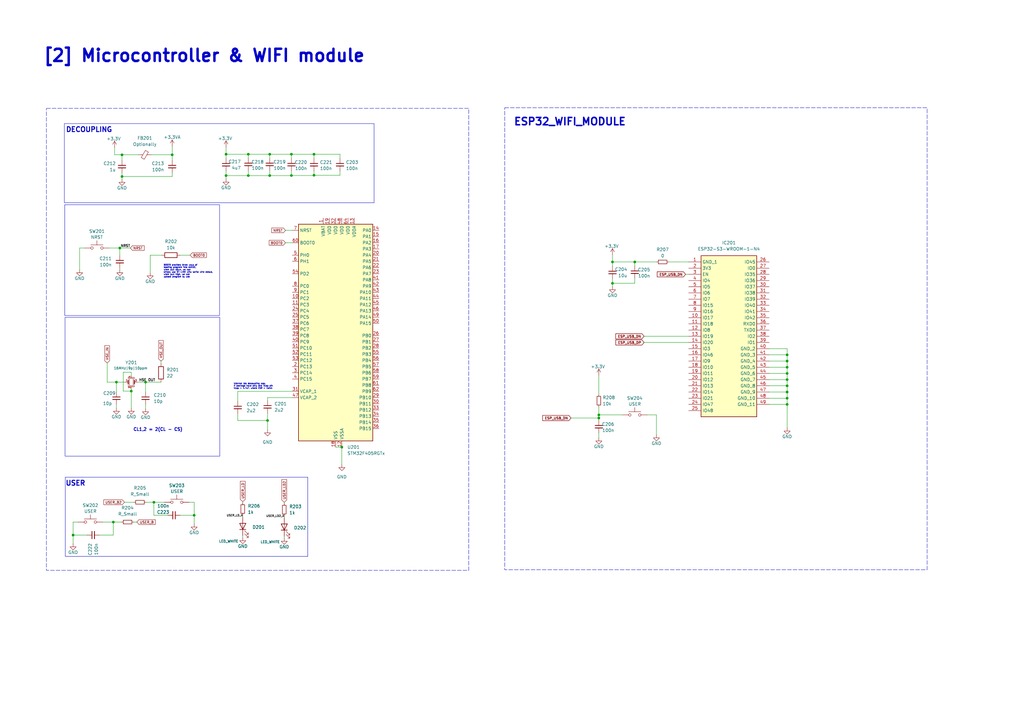
<source format=kicad_sch>
(kicad_sch (version 20230121) (generator eeschema)
  (paper "A3")
  (lib_symbols
    (symbol "Device:C_Small" (pin_numbers hide) (pin_names (offset 0.254) hide)
      (property "Reference" "C" (at 0.254 1.778 0))
      (property "Value" "C_Small" (at 0.254 -2.032 0))
      (symbol "C_Small_0_1"
        (polyline (pts (xy -1.524 -0.508) (xy 1.524 -0.508)) (stroke (width 0.3302)))
        (polyline (pts (xy -1.524 0.508) (xy 1.524 0.508)) (stroke (width 0.3048)))
      )
      (symbol "C_Small_1_1"
        (pin passive line (at 0 2.54 270) (length 2.032) (name "~") (number "1"))
        (pin passive line (at 0 -2.54 90) (length 2.032) (name "~") (number "2"))
      )
    )
    (symbol "Device:Crystal_GND24_Small" (pin_names (offset 1.016) hide)
      (property "Reference" "Y" (at 1.27 4.445 0))
      (property "Value" "Crystal_GND24_Small" (at 1.27 2.54 0))
      (symbol "Crystal_GND24_Small_0_1"
        (rectangle (start -0.762 -1.524) (end 0.762 1.524))
        (polyline (pts (xy -1.27 -0.762) (xy -1.27 0.762)) (stroke (width 0.381)))
        (polyline (pts (xy 1.27 -0.762) (xy 1.27 0.762)) (stroke (width 0.381)))
        (polyline (pts (xy -1.27 -1.27) (xy -1.27 -1.905) (xy 1.27 -1.905) (xy 1.27 -1.27)))
        (polyline (pts (xy -1.27 1.27) (xy -1.27 1.905) (xy 1.27 1.905) (xy 1.27 1.27)))
      )
      (symbol "Crystal_GND24_Small_1_1"
        (pin passive line (at -2.54 0 0) (length 1.27) (name "1") (number "1"))
        (pin passive line (at 0 -2.54 90) (length 0.635) (name "2") (number "2"))
        (pin passive line (at 2.54 0 180) (length 1.27) (name "3") (number "3"))
        (pin passive line (at 0 2.54 270) (length 0.635) (name "4") (number "4"))
      )
    )
    (symbol "Device:FerriteBead_Small" (pin_numbers hide) (pin_names (offset 0))
      (property "Reference" "FB" (at 1.905 1.27 0))
      (property "Value" "FerriteBead_Small" (at 1.905 -1.27 0))
      (symbol "FerriteBead_Small_0_1"
        (polyline (pts (xy 0 -1.27) (xy 0 -0.7874)))
        (polyline (pts (xy 0 0.889) (xy 0 1.2954)))
        (polyline (pts (xy -1.8288 0.2794) (xy -1.1176 1.4986) (xy 1.8288 -0.2032) (xy 1.1176 -1.4224) (xy -1.8288 0.2794)))
      )
      (symbol "FerriteBead_Small_1_1"
        (pin passive line (at 0 2.54 270) (length 1.27) (name "~") (number "1"))
        (pin passive line (at 0 -2.54 90) (length 1.27) (name "~") (number "2"))
      )
    )
    (symbol "Device:LED" (pin_numbers hide) (pin_names (offset 1.016) hide)
      (property "Reference" "D" (at 0 2.54 0))
      (property "Value" "LED" (at 0 -2.54 0))
      (symbol "LED_0_1"
        (polyline (pts (xy -1.27 -1.27) (xy -1.27 1.27)) (stroke (width 0.254)))
        (polyline (pts (xy -1.27 0) (xy 1.27 0)))
        (polyline (pts (xy 1.27 -1.27) (xy 1.27 1.27) (xy -1.27 0) (xy 1.27 -1.27)) (stroke (width 0.254)))
        (polyline (pts (xy -3.048 -0.762) (xy -4.572 -2.286) (xy -3.81 -2.286) (xy -4.572 -2.286) (xy -4.572 -1.524)))
        (polyline (pts (xy -1.778 -0.762) (xy -3.302 -2.286) (xy -2.54 -2.286) (xy -3.302 -2.286) (xy -3.302 -1.524)))
      )
      (symbol "LED_1_1"
        (pin passive line (at -3.81 0 0) (length 2.54) (name "K") (number "1"))
        (pin passive line (at 3.81 0 180) (length 2.54) (name "A") (number "2"))
      )
    )
    (symbol "Device:R" (pin_numbers hide) (pin_names (offset 0))
      (property "Reference" "R" (at 2.032 0 90))
      (property "Value" "R" (at 0 0 90))
      (symbol "R_0_1"
        (rectangle (start -1.016 -2.54) (end 1.016 2.54) (stroke (width 0.254)))
      )
      (symbol "R_1_1"
        (pin passive line (at 0 3.81 270) (length 1.27) (name "~") (number "1"))
        (pin passive line (at 0 -3.81 90) (length 1.27) (name "~") (number "2"))
      )
    )
    (symbol "Device:R_Small" (pin_numbers hide) (pin_names (offset 0.254) hide)
      (property "Reference" "R" (at 0.762 0.508 0))
      (property "Value" "R_Small" (at 0.762 -1.016 0))
      (symbol "R_Small_0_1"
        (rectangle (start -0.762 1.778) (end 0.762 -1.778) (stroke (width 0.2032)))
      )
      (symbol "R_Small_1_1"
        (pin passive line (at 0 2.54 270) (length 0.762) (name "~") (number "1"))
        (pin passive line (at 0 -2.54 90) (length 0.762) (name "~") (number "2"))
      )
    )
    (symbol "MCU_ST_STM32F4:STM32F405RGTx"
      (property "Reference" "U" (at -15.24 46.99 0))
      (property "Value" "STM32F405RGTx" (at 10.16 46.99 0))
      (symbol "STM32F405RGTx_0_1"
        (rectangle (start -15.24 -43.18) (end 15.24 45.72) (stroke (width 0.254)) (fill (type background)))
      )
      (symbol "STM32F405RGTx_1_1"
        (pin power_in line (at -5.08 48.26 270) (length 2.54) (name "VBAT") (number "1"))
        (pin bidirectional line (at -17.78 15.24 0) (length 2.54) (name "PC2") (number "10"))
        (pin bidirectional line (at -17.78 12.7 0) (length 2.54) (name "PC3") (number "11"))
        (pin power_in line (at 2.54 -45.72 90) (length 2.54) (name "VSSA") (number "12"))
        (pin power_in line (at 7.62 48.26 270) (length 2.54) (name "VDDA") (number "13"))
        (pin bidirectional line (at 17.78 43.18 180) (length 2.54) (name "PA0") (number "14"))
        (pin bidirectional line (at 17.78 40.64 180) (length 2.54) (name "PA1") (number "15"))
        (pin bidirectional line (at 17.78 38.1 180) (length 2.54) (name "PA2") (number "16"))
        (pin bidirectional line (at 17.78 35.56 180) (length 2.54) (name "PA3") (number "17"))
        (pin power_in line (at 0 -45.72 90) (length 2.54) (name "VSS") (number "18"))
        (pin power_in line (at -2.54 48.26 270) (length 2.54) (name "VDD") (number "19"))
        (pin bidirectional line (at -17.78 -12.7 0) (length 2.54) (name "PC13") (number "2"))
        (pin bidirectional line (at 17.78 33.02 180) (length 2.54) (name "PA4") (number "20"))
        (pin bidirectional line (at 17.78 30.48 180) (length 2.54) (name "PA5") (number "21"))
        (pin bidirectional line (at 17.78 27.94 180) (length 2.54) (name "PA6") (number "22"))
        (pin bidirectional line (at 17.78 25.4 180) (length 2.54) (name "PA7") (number "23"))
        (pin bidirectional line (at -17.78 10.16 0) (length 2.54) (name "PC4") (number "24"))
        (pin bidirectional line (at -17.78 7.62 0) (length 2.54) (name "PC5") (number "25"))
        (pin bidirectional line (at 17.78 0 180) (length 2.54) (name "PB0") (number "26"))
        (pin bidirectional line (at 17.78 -2.54 180) (length 2.54) (name "PB1") (number "27"))
        (pin bidirectional line (at 17.78 -5.08 180) (length 2.54) (name "PB2") (number "28"))
        (pin bidirectional line (at 17.78 -25.4 180) (length 2.54) (name "PB10") (number "29"))
        (pin bidirectional line (at -17.78 -15.24 0) (length 2.54) (name "PC14") (number "3"))
        (pin bidirectional line (at 17.78 -27.94 180) (length 2.54) (name "PB11") (number "30"))
        (pin power_out line (at -17.78 -22.86 0) (length 2.54) (name "VCAP_1") (number "31"))
        (pin power_in line (at 0 48.26 270) (length 2.54) (name "VDD") (number "32"))
        (pin bidirectional line (at 17.78 -30.48 180) (length 2.54) (name "PB12") (number "33"))
        (pin bidirectional line (at 17.78 -33.02 180) (length 2.54) (name "PB13") (number "34"))
        (pin bidirectional line (at 17.78 -35.56 180) (length 2.54) (name "PB14") (number "35"))
        (pin bidirectional line (at 17.78 -38.1 180) (length 2.54) (name "PB15") (number "36"))
        (pin bidirectional line (at -17.78 5.08 0) (length 2.54) (name "PC6") (number "37"))
        (pin bidirectional line (at -17.78 2.54 0) (length 2.54) (name "PC7") (number "38"))
        (pin bidirectional line (at -17.78 0 0) (length 2.54) (name "PC8") (number "39"))
        (pin bidirectional line (at -17.78 -17.78 0) (length 2.54) (name "PC15") (number "4"))
        (pin bidirectional line (at -17.78 -2.54 0) (length 2.54) (name "PC9") (number "40"))
        (pin bidirectional line (at 17.78 22.86 180) (length 2.54) (name "PA8") (number "41"))
        (pin bidirectional line (at 17.78 20.32 180) (length 2.54) (name "PA9") (number "42"))
        (pin bidirectional line (at 17.78 17.78 180) (length 2.54) (name "PA10") (number "43"))
        (pin bidirectional line (at 17.78 15.24 180) (length 2.54) (name "PA11") (number "44"))
        (pin bidirectional line (at 17.78 12.7 180) (length 2.54) (name "PA12") (number "45"))
        (pin bidirectional line (at 17.78 10.16 180) (length 2.54) (name "PA13") (number "46"))
        (pin power_out line (at -17.78 -25.4 0) (length 2.54) (name "VCAP_2") (number "47"))
        (pin power_in line (at 2.54 48.26 270) (length 2.54) (name "VDD") (number "48"))
        (pin bidirectional line (at 17.78 7.62 180) (length 2.54) (name "PA14") (number "49"))
        (pin bidirectional line (at -17.78 33.02 0) (length 2.54) (name "PH0") (number "5"))
        (pin bidirectional line (at 17.78 5.08 180) (length 2.54) (name "PA15") (number "50"))
        (pin bidirectional line (at -17.78 -5.08 0) (length 2.54) (name "PC10") (number "51"))
        (pin bidirectional line (at -17.78 -7.62 0) (length 2.54) (name "PC11") (number "52"))
        (pin bidirectional line (at -17.78 -10.16 0) (length 2.54) (name "PC12") (number "53"))
        (pin bidirectional line (at -17.78 25.4 0) (length 2.54) (name "PD2") (number "54"))
        (pin bidirectional line (at 17.78 -7.62 180) (length 2.54) (name "PB3") (number "55"))
        (pin bidirectional line (at 17.78 -10.16 180) (length 2.54) (name "PB4") (number "56"))
        (pin bidirectional line (at 17.78 -12.7 180) (length 2.54) (name "PB5") (number "57"))
        (pin bidirectional line (at 17.78 -15.24 180) (length 2.54) (name "PB6") (number "58"))
        (pin bidirectional line (at 17.78 -17.78 180) (length 2.54) (name "PB7") (number "59"))
        (pin bidirectional line (at -17.78 30.48 0) (length 2.54) (name "PH1") (number "6"))
        (pin input line (at -17.78 38.1 0) (length 2.54) (name "BOOT0") (number "60"))
        (pin bidirectional line (at 17.78 -20.32 180) (length 2.54) (name "PB8") (number "61"))
        (pin bidirectional line (at 17.78 -22.86 180) (length 2.54) (name "PB9") (number "62"))
        (pin passive line (at 0 -45.72 90) (length 2.54) hide (name "VSS") (number "63"))
        (pin power_in line (at 5.08 48.26 270) (length 2.54) (name "VDD") (number "64"))
        (pin input line (at -17.78 43.18 0) (length 2.54) (name "NRST") (number "7"))
        (pin bidirectional line (at -17.78 20.32 0) (length 2.54) (name "PC0") (number "8"))
        (pin bidirectional line (at -17.78 17.78 0) (length 2.54) (name "PC1") (number "9"))
      )
    )
    (symbol "SamacSys_Parts:ESP32-S3-WROOM-1-N4"
      (property "Reference" "IC" (at 29.21 7.62 0))
      (property "Value" "ESP32-S3-WROOM-1-N4" (at 29.21 5.08 0))
      (symbol "ESP32-S3-WROOM-1-N4_1_1"
        (rectangle (start 5.08 2.54) (end 27.94 -63.5) (stroke (width 0.254)) (fill (type background)))
        (pin passive line (at 0 0 0) (length 5.08) (name "GND_1") (number "1"))
        (pin passive line (at 0 -22.86 0) (length 5.08) (name "IO17") (number "10"))
        (pin passive line (at 0 -25.4 0) (length 5.08) (name "IO18") (number "11"))
        (pin passive line (at 0 -27.94 0) (length 5.08) (name "IO8") (number "12"))
        (pin passive line (at 0 -30.48 0) (length 5.08) (name "IO19") (number "13"))
        (pin passive line (at 0 -33.02 0) (length 5.08) (name "IO20") (number "14"))
        (pin passive line (at 0 -35.56 0) (length 5.08) (name "IO3") (number "15"))
        (pin passive line (at 0 -38.1 0) (length 5.08) (name "IO46") (number "16"))
        (pin passive line (at 0 -40.64 0) (length 5.08) (name "IO9") (number "17"))
        (pin passive line (at 0 -43.18 0) (length 5.08) (name "IO10") (number "18"))
        (pin passive line (at 0 -45.72 0) (length 5.08) (name "IO11") (number "19"))
        (pin passive line (at 0 -2.54 0) (length 5.08) (name "3V3") (number "2"))
        (pin passive line (at 0 -48.26 0) (length 5.08) (name "IO12") (number "20"))
        (pin passive line (at 0 -50.8 0) (length 5.08) (name "IO13") (number "21"))
        (pin passive line (at 0 -53.34 0) (length 5.08) (name "IO14") (number "22"))
        (pin passive line (at 0 -55.88 0) (length 5.08) (name "IO21") (number "23"))
        (pin passive line (at 0 -58.42 0) (length 5.08) (name "IO47") (number "24"))
        (pin passive line (at 0 -60.96 0) (length 5.08) (name "IO48") (number "25"))
        (pin passive line (at 33.02 0 180) (length 5.08) (name "IO45") (number "26"))
        (pin passive line (at 33.02 -2.54 180) (length 5.08) (name "IO0") (number "27"))
        (pin passive line (at 33.02 -5.08 180) (length 5.08) (name "IO35") (number "28"))
        (pin passive line (at 33.02 -7.62 180) (length 5.08) (name "IO36") (number "29"))
        (pin passive line (at 0 -5.08 0) (length 5.08) (name "EN") (number "3"))
        (pin passive line (at 33.02 -10.16 180) (length 5.08) (name "IO37") (number "30"))
        (pin passive line (at 33.02 -12.7 180) (length 5.08) (name "IO38") (number "31"))
        (pin passive line (at 33.02 -15.24 180) (length 5.08) (name "IO39") (number "32"))
        (pin passive line (at 33.02 -17.78 180) (length 5.08) (name "IO40") (number "33"))
        (pin passive line (at 33.02 -20.32 180) (length 5.08) (name "IO41") (number "34"))
        (pin passive line (at 33.02 -22.86 180) (length 5.08) (name "IO42") (number "35"))
        (pin passive line (at 33.02 -25.4 180) (length 5.08) (name "RXD0") (number "36"))
        (pin passive line (at 33.02 -27.94 180) (length 5.08) (name "TXD0") (number "37"))
        (pin passive line (at 33.02 -30.48 180) (length 5.08) (name "IO2") (number "38"))
        (pin passive line (at 33.02 -33.02 180) (length 5.08) (name "IO1") (number "39"))
        (pin passive line (at 0 -7.62 0) (length 5.08) (name "IO4") (number "4"))
        (pin passive line (at 33.02 -35.56 180) (length 5.08) (name "GND_2") (number "40"))
        (pin passive line (at 33.02 -38.1 180) (length 5.08) (name "GND_3") (number "41"))
        (pin passive line (at 33.02 -40.64 180) (length 5.08) (name "GND_4") (number "42"))
        (pin passive line (at 33.02 -43.18 180) (length 5.08) (name "GND_5") (number "43"))
        (pin passive line (at 33.02 -45.72 180) (length 5.08) (name "GND_6") (number "44"))
        (pin passive line (at 33.02 -48.26 180) (length 5.08) (name "GND_7") (number "45"))
        (pin passive line (at 33.02 -50.8 180) (length 5.08) (name "GND_8") (number "46"))
        (pin passive line (at 33.02 -53.34 180) (length 5.08) (name "GND_9") (number "47"))
        (pin passive line (at 33.02 -55.88 180) (length 5.08) (name "GND_10") (number "48"))
        (pin passive line (at 33.02 -58.42 180) (length 5.08) (name "GND_11") (number "49"))
        (pin passive line (at 0 -10.16 0) (length 5.08) (name "IO5") (number "5"))
        (pin passive line (at 0 -12.7 0) (length 5.08) (name "IO6") (number "6"))
        (pin passive line (at 0 -15.24 0) (length 5.08) (name "IO7") (number "7"))
        (pin passive line (at 0 -17.78 0) (length 5.08) (name "IO15") (number "8"))
        (pin passive line (at 0 -20.32 0) (length 5.08) (name "IO16") (number "9"))
      )
    )
    (symbol "Switch:SW_MEC_5G" (pin_numbers hide) (pin_names (offset 1.016) hide)
      (property "Reference" "SW" (at 1.27 2.54 0))
      (property "Value" "SW_MEC_5G" (at 0 -1.524 0))
      (symbol "SW_MEC_5G_0_1"
        (circle (center -2.032 0) (radius 0.508))
        (polyline (pts (xy 0 1.27) (xy 0 3.048)))
        (polyline (pts (xy 2.54 1.27) (xy -2.54 1.27)))
        (circle (center 2.032 0) (radius 0.508))
        (pin passive line (at -5.08 0 0) (length 2.54) (name "A") (number "1"))
        (pin passive line (at 5.08 0 180) (length 2.54) (name "B") (number "3"))
      )
      (symbol "SW_MEC_5G_1_1"
        (pin passive line (at -5.08 0 0) (length 2.54) hide (name "A") (number "2"))
        (pin passive line (at 5.08 0 180) (length 2.54) hide (name "B") (number "4"))
      )
    )
    (symbol "power:+3.3V" (power) (pin_names (offset 0))
      (property "Value" "+3.3V" (at 0 3.556 0))
      (symbol "+3.3V_0_1"
        (polyline (pts (xy -0.762 1.27) (xy 0 2.54)))
        (polyline (pts (xy 0 0) (xy 0 2.54)))
        (polyline (pts (xy 0 2.54) (xy 0.762 1.27)))
      )
      (symbol "+3.3V_1_1"
        (pin power_in line (at 0 0 90) (length 0) hide (name "+3.3V") (number "1"))
      )
    )
    (symbol "power:+3.3VA" (power) (pin_names (offset 0))
      (property "Value" "+3.3VA" (at 0 3.556 0))
      (symbol "+3.3VA_0_1"
        (polyline (pts (xy -0.762 1.27) (xy 0 2.54)))
        (polyline (pts (xy 0 0) (xy 0 2.54)))
        (polyline (pts (xy 0 2.54) (xy 0.762 1.27)))
      )
      (symbol "+3.3VA_1_1"
        (pin power_in line (at 0 0 90) (length 0) hide (name "+3.3VA") (number "1"))
      )
    )
    (symbol "power:GND" (power) (pin_names (offset 0))
      (property "Value" "GND" (at 0 -3.81 0))
      (symbol "GND_0_1"
        (polyline (pts (xy 0 0) (xy 0 -1.27) (xy 1.27 -1.27) (xy 0 -2.54) (xy -1.27 -1.27) (xy 0 -1.27)))
      )
      (symbol "GND_1_1"
        (pin power_in line (at 0 0 270) (length 0) hide (name "GND") (number "1"))
      )
    )
  )
  (junction (at 251.206 107.442))
  (junction (at 92.71 72.009))
  (junction (at 322.834 163.322))
  (junction (at 322.834 145.542))
  (junction (at 92.71 63.246))
  (junction (at 79.629 211.328))
  (junction (at 245.618 170.18))
  (junction (at 109.728 172.466))
  (junction (at 63.119 205.994))
  (junction (at 322.834 155.702))
  (junction (at 50.038 63.5))
  (junction (at 140.208 183.388))
  (junction (at 101.854 63.246))
  (junction (at 128.778 63.246))
  (junction (at 260.35 107.442))
  (junction (at 70.612 63.5))
  (junction (at 322.834 158.242))
  (junction (at 50.038 72.39))
  (junction (at 46.482 214.122))
  (junction (at 322.834 148.082))
  (junction (at 59.69 156.718))
  (junction (at 49.149 101.727))
  (junction (at 53.848 160.401))
  (junction (at 101.854 72.009))
  (junction (at 322.834 165.862))
  (junction (at 110.617 63.246))
  (junction (at 47.752 156.718))
  (junction (at 110.617 72.009))
  (junction (at 322.834 150.622))
  (junction (at 322.834 153.162))
  (junction (at 119.5324 71.9836))
  (junction (at 29.972 219.456))
  (junction (at 128.778 71.882))
  (junction (at 322.834 160.782))
  (junction (at 119.5324 63.246))
  (junction (at 251.206 116.205))
  (junction (at 245.618 171.45))
  (wire (pts (xy 99.568 219.71) (xy 99.568 220.472)))
  (wire (pts (xy 264.16 137.922) (xy 282.448 137.922)))
  (wire (pts (xy 137.668 183.388) (xy 140.208 183.388)))
  (wire (pts (xy 264.16 140.462) (xy 282.448 140.462)))
  (wire (pts (xy 110.617 64.897) (xy 110.617 63.246)))
  (wire (pts (xy 50.038 63.5) (xy 46.99 63.5)))
  (wire (pts (xy 73.914 104.648) (xy 77.978 104.648)))
  (wire (pts (xy 29.972 214.122) (xy 29.972 219.456)))
  (wire (pts (xy 49.149 101.727) (xy 53.467 101.727)))
  (wire (pts (xy 53.848 154.178) (xy 53.848 152.654)))
  (wire (pts (xy 245.618 166.878) (xy 245.618 170.18)))
  (wire (pts (xy 251.206 107.442) (xy 260.35 107.442)))
  (wire (pts (xy 46.482 219.456) (xy 40.767 219.456)))
  (wire (pts (xy 59.69 165.862) (xy 59.69 167.64)))
  (wire (pts (xy 109.728 169.418) (xy 109.728 172.466)))
  (wire (pts (xy 245.618 153.924) (xy 245.618 161.798)))
  (wire (pts (xy 101.854 72.009) (xy 110.617 72.009)))
  (wire (pts (xy 99.568 205.74) (xy 99.568 206.248)))
  (wire (pts (xy 53.848 160.401) (xy 53.848 159.258)))
  (wire (pts (xy 139.446 71.882) (xy 128.778 71.882)))
  (wire (pts (xy 260.35 114.173) (xy 260.35 116.205)))
  (wire (pts (xy 53.848 152.654) (xy 50.546 152.654)))
  (wire (pts (xy 59.69 156.718) (xy 59.69 160.782)))
  (wire (pts (xy 56.388 156.718) (xy 59.69 156.718)))
  (wire (pts (xy 315.468 160.782) (xy 322.834 160.782)))
  (wire (pts (xy 128.778 65.024) (xy 128.778 63.246)))
  (wire (pts (xy 119.5324 70.0532) (xy 119.5324 71.9836)))
  (wire (pts (xy 322.834 150.622) (xy 322.834 153.162)))
  (wire (pts (xy 32.639 101.727) (xy 34.671 101.727)))
  (wire (pts (xy 79.629 205.994) (xy 79.629 211.328)))
  (wire (pts (xy 245.618 177.546) (xy 245.618 179.578)))
  (wire (pts (xy 54.864 214.122) (xy 56.134 214.122)))
  (wire (pts (xy 322.834 145.542) (xy 322.834 148.082)))
  (wire (pts (xy 47.752 156.718) (xy 47.752 160.782)))
  (wire (pts (xy 139.446 63.246) (xy 128.778 63.246)))
  (wire (pts (xy 260.35 116.205) (xy 251.206 116.205)))
  (wire (pts (xy 59.69 156.718) (xy 66.04 156.718)))
  (wire (pts (xy 109.728 164.338) (xy 109.728 163.068)))
  (wire (pts (xy 67.437 205.994) (xy 63.119 205.994)))
  (wire (pts (xy 128.778 71.882) (xy 128.778 71.9836)))
  (wire (pts (xy 29.972 219.456) (xy 35.687 219.456)))
  (wire (pts (xy 97.536 164.592) (xy 97.536 160.528)))
  (wire (pts (xy 110.617 63.246) (xy 101.854 63.246)))
  (wire (pts (xy 92.71 63.246) (xy 101.854 63.246)))
  (wire (pts (xy 50.038 70.866) (xy 50.038 72.39)))
  (wire (pts (xy 46.482 214.122) (xy 49.784 214.122)))
  (wire (pts (xy 97.536 172.466) (xy 109.728 172.466)))
  (wire (pts (xy 119.5324 64.9732) (xy 119.5324 63.246)))
  (wire (pts (xy 49.149 109.855) (xy 49.149 110.617)))
  (wire (pts (xy 70.612 59.944) (xy 70.612 63.5)))
  (wire (pts (xy 79.629 205.994) (xy 77.597 205.994)))
  (wire (pts (xy 234.188 171.45) (xy 245.618 171.45)))
  (wire (pts (xy 50.038 72.39) (xy 50.038 73.533)))
  (wire (pts (xy 269.24 170.18) (xy 269.24 178.308)))
  (wire (pts (xy 49.149 101.727) (xy 49.149 104.775)))
  (wire (pts (xy 245.618 170.18) (xy 245.618 171.45)))
  (wire (pts (xy 66.04 148.082) (xy 66.04 149.098)))
  (wire (pts (xy 110.617 72.009) (xy 119.5324 72.009)))
  (wire (pts (xy 79.629 211.328) (xy 73.914 211.328)))
  (wire (pts (xy 109.728 163.068) (xy 119.888 163.068)))
  (wire (pts (xy 29.972 219.456) (xy 29.972 223.012)))
  (wire (pts (xy 281.178 112.522) (xy 282.448 112.522)))
  (wire (pts (xy 97.536 160.528) (xy 119.888 160.528)))
  (wire (pts (xy 61.976 63.5) (xy 70.612 63.5)))
  (wire (pts (xy 46.482 214.122) (xy 46.482 219.456)))
  (wire (pts (xy 50.546 160.401) (xy 53.848 160.401)))
  (wire (pts (xy 315.468 145.542) (xy 322.834 145.542)))
  (wire (pts (xy 315.468 155.702) (xy 322.834 155.702)))
  (wire (pts (xy 92.71 63.246) (xy 92.71 65.024)))
  (wire (pts (xy 54.864 205.994) (xy 51.054 205.994)))
  (wire (pts (xy 43.942 148.844) (xy 43.942 156.718)))
  (wire (pts (xy 99.568 212.09) (xy 99.568 211.328)))
  (wire (pts (xy 315.468 165.862) (xy 322.834 165.862)))
  (wire (pts (xy 322.834 143.002) (xy 322.834 145.542)))
  (wire (pts (xy 251.206 104.521) (xy 251.206 107.442)))
  (wire (pts (xy 42.164 214.122) (xy 46.482 214.122)))
  (wire (pts (xy 50.038 65.786) (xy 50.038 63.5)))
  (wire (pts (xy 92.71 70.104) (xy 92.71 72.009)))
  (wire (pts (xy 63.119 211.328) (xy 68.834 211.328)))
  (wire (pts (xy 117.094 94.488) (xy 119.888 94.488)))
  (wire (pts (xy 128.778 63.246) (xy 119.5324 63.246)))
  (wire (pts (xy 315.468 163.322) (xy 322.834 163.322)))
  (wire (pts (xy 117.094 99.568) (xy 119.888 99.568)))
  (wire (pts (xy 322.834 155.702) (xy 322.834 158.242)))
  (wire (pts (xy 245.618 170.18) (xy 255.27 170.18)))
  (wire (pts (xy 322.834 163.322) (xy 322.834 165.862)))
  (wire (pts (xy 139.446 65.024) (xy 139.446 63.246)))
  (wire (pts (xy 139.446 70.104) (xy 139.446 71.882)))
  (wire (pts (xy 140.208 183.388) (xy 140.208 190.5)))
  (wire (pts (xy 128.778 71.9836) (xy 119.5324 71.9836)))
  (wire (pts (xy 63.119 205.994) (xy 59.944 205.994)))
  (wire (pts (xy 265.43 170.18) (xy 269.24 170.18)))
  (wire (pts (xy 322.834 160.782) (xy 322.834 163.322)))
  (wire (pts (xy 79.629 211.328) (xy 79.629 214.884)))
  (wire (pts (xy 32.639 101.727) (xy 32.639 110.617)))
  (wire (pts (xy 245.618 171.45) (xy 245.618 172.466)))
  (wire (pts (xy 110.617 63.246) (xy 119.5324 63.246)))
  (wire (pts (xy 315.468 158.242) (xy 322.834 158.242)))
  (wire (pts (xy 63.119 205.994) (xy 63.119 211.328)))
  (wire (pts (xy 260.35 109.093) (xy 260.35 107.442)))
  (wire (pts (xy 29.972 214.122) (xy 32.004 214.122)))
  (wire (pts (xy 251.206 116.205) (xy 251.206 117.602)))
  (wire (pts (xy 46.99 60.452) (xy 46.99 63.5)))
  (wire (pts (xy 110.617 69.977) (xy 110.617 72.009)))
  (wire (pts (xy 315.468 148.082) (xy 322.834 148.082)))
  (wire (pts (xy 116.586 212.344) (xy 116.586 211.582)))
  (wire (pts (xy 47.752 156.718) (xy 51.308 156.718)))
  (wire (pts (xy 53.848 167.386) (xy 53.848 160.401)))
  (wire (pts (xy 50.038 72.39) (xy 70.612 72.39)))
  (wire (pts (xy 70.612 70.866) (xy 70.612 72.39)))
  (wire (pts (xy 101.854 72.009) (xy 92.71 72.009)))
  (wire (pts (xy 92.71 72.009) (xy 92.71 73.406)))
  (wire (pts (xy 61.595 104.648) (xy 61.595 111.887)))
  (wire (pts (xy 116.586 205.994) (xy 116.586 206.502)))
  (wire (pts (xy 315.468 153.162) (xy 322.834 153.162)))
  (wire (pts (xy 322.834 148.082) (xy 322.834 150.622)))
  (wire (pts (xy 109.728 172.466) (xy 109.728 176.276)))
  (wire (pts (xy 97.536 169.672) (xy 97.536 172.466)))
  (wire (pts (xy 315.468 150.622) (xy 322.834 150.622)))
  (wire (pts (xy 50.038 63.5) (xy 56.896 63.5)))
  (wire (pts (xy 70.612 63.5) (xy 70.612 65.786)))
  (wire (pts (xy 116.586 219.964) (xy 116.586 220.726)))
  (wire (pts (xy 61.595 104.648) (xy 66.294 104.648)))
  (wire (pts (xy 322.834 165.862) (xy 322.834 175.514)))
  (wire (pts (xy 47.752 165.862) (xy 47.752 167.386)))
  (wire (pts (xy 92.71 60.325) (xy 92.71 63.246)))
  (wire (pts (xy 315.468 143.002) (xy 322.834 143.002)))
  (wire (pts (xy 251.206 114.3) (xy 251.206 116.205)))
  (wire (pts (xy 101.854 69.977) (xy 101.854 72.009)))
  (wire (pts (xy 101.854 64.897) (xy 101.854 63.246)))
  (wire (pts (xy 274.32 107.442) (xy 282.448 107.442)))
  (wire (pts (xy 251.206 107.442) (xy 251.206 109.22)))
  (wire (pts (xy 50.546 152.654) (xy 50.546 160.401)))
  (wire (pts (xy 47.752 156.718) (xy 43.942 156.718)))
  (wire (pts (xy 260.35 107.442) (xy 269.24 107.442)))
  (wire (pts (xy 44.831 101.727) (xy 49.149 101.727)))
  (wire (pts (xy 119.5324 71.9836) (xy 119.5324 72.009)))
  (wire (pts (xy 322.834 158.242) (xy 322.834 160.782)))
  (wire (pts (xy 322.834 153.162) (xy 322.834 155.702)))
  (wire (pts (xy 128.778 70.104) (xy 128.778 71.882)))
  (rectangle (start 19.05 44.45) (end 192.278 233.934) (stroke (width 0) (type dash)))
  (rectangle (start 207.01 44.196) (end 380.238 233.68) (stroke (width 0) (type dash)))
  (rectangle (start 26.67 130.175) (end 90.17 187.071))
  (rectangle (start 26.416 50.673) (end 153.416 83.185))
  (rectangle (start 26.543 83.947) (end 90.043 129.413))
  (rectangle (start 26.797 195.707) (end 126.238 228.219))
  (text "ESP32_WIFI_MODULE" (at 210.566 51.816 0) (effects (font (size 3 3) (thickness 0.6) bold) (justify left bottom)))
  (text "Internal ldo decoupling cap. \nIf package have only one Vcap pin\nVcap = 4.7uF, where ESR < 1ohm\n" (at 95.758 159.766 0) (effects (font (size 0.6 0.6)) (justify left bottom)))
  (text "USER\n" (at 26.797 199.517 0) (effects (font (size 2 2) bold) (justify left bottom)))
  (text "DECOUPLING" (at 26.924 54.483 0) (effects (font (size 2 2) (thickness 0.4) bold) (justify left bottom)))
  (text "BOOT0 provides three ways of\nbooting program into stm32, \nwhen pull down, we can \nsimply use ST-LINK witw serial wire debub, \nwhen pull high, we can \nupload program by usb " (at 67.056 114.046 0) (effects (font (size 0.6 0.6)) (justify left bottom)))
  (text "[2] Microcontroller & WIFI module\n" (at 17.526 25.908 0) (effects (font (size 5 5) (thickness 1) bold) (justify left bottom)))
  (text "CL1,2 = 2(CL - CS) \n" (at 54.61 177.038 0) (effects (font (size 1.27 1.27) bold) (justify left bottom)))
  (label "NRST" (at 53.467 101.727 180) (effects (font (size 1 1) bold)))
  (label "USER_LD_A" (at 99.568 212.09 180) (effects (font (size 0.8 0.8) bold)))
  (label "HSE OUT" (at 63.754 156.718 180) (effects (font (size 1 1) bold)))
  (label "USER_LD2_A" (at 116.586 212.344 180) (effects (font (size 0.8 0.8) bold)))
  (global_label "ESP_USB_DP" (shape input) (at 264.16 140.462 180) (effects (font (size 1 1) bold)) (property "Intersheetrefs" "${INTERSHEET_REFS}" (effects hide)))
  (global_label "BOOT0" (shape input) (at 77.978 104.648 0) (effects (font (size 1 1))) (property "Intersheetrefs" "${INTERSHEET_REFS}" (effects hide)))
  (global_label "NRST" (shape input) (at 53.467 101.727 0) (effects (font (size 1 1))) (property "Intersheetrefs" "${INTERSHEET_REFS}" (effects hide)))
  (global_label "USER_LD2" (shape input) (at 116.586 205.994 90) (effects (font (size 1 1))) (property "Intersheetrefs" "${INTERSHEET_REFS}" (effects hide)))
  (global_label "BOOT0" (shape input) (at 117.094 99.568 180) (effects (font (size 1 1))) (property "Intersheetrefs" "${INTERSHEET_REFS}" (effects hide)))
  (global_label "HSE_IN" (shape input) (at 43.942 148.844 90) (effects (font (size 1 1))) (property "Intersheetrefs" "${INTERSHEET_REFS}" (effects hide)))
  (global_label "ESP_USB_DN" (shape input) (at 234.188 171.45 180) (effects (font (size 1 1) bold)) (property "Intersheetrefs" "${INTERSHEET_REFS}" (effects hide)))
  (global_label "NRST" (shape input) (at 117.094 94.488 180) (effects (font (size 1 1))) (property "Intersheetrefs" "${INTERSHEET_REFS}" (effects hide)))
  (global_label "HSE_OUT" (shape input) (at 66.04 148.082 90) (effects (font (size 1 1))) (property "Intersheetrefs" "${INTERSHEET_REFS}" (effects hide)))
  (global_label "USER_B" (shape input) (at 56.134 214.122 0) (effects (font (size 1 1))) (property "Intersheetrefs" "${INTERSHEET_REFS}" (effects hide)))
  (global_label "ESP_USB_DN" (shape input) (at 264.16 137.922 180) (effects (font (size 1 1) bold)) (property "Intersheetrefs" "${INTERSHEET_REFS}" (effects hide)))
  (global_label "ESP_USB_DN" (shape input) (at 281.178 112.522 180) (effects (font (size 1 1) bold)) (property "Intersheetrefs" "${INTERSHEET_REFS}" (effects hide)))
  (global_label "USER_B2" (shape input) (at 51.054 205.994 180) (effects (font (size 1 1))) (property "Intersheetrefs" "${INTERSHEET_REFS}" (effects hide)))
  (global_label "USER_LD" (shape input) (at 99.568 205.74 90) (effects (font (size 1 1))) (property "Intersheetrefs" "${INTERSHEET_REFS}" (effects hide)))
  (symbol (lib_id "Device:R_Small") (at 271.78 107.442 90) (unit 1)
    (property "Reference" "R207" (at 271.78 102.362 90))
    (property "Value" "0" (at 271.78 104.902 90))
  )
  (symbol (lib_id "Device:C_Small") (at 101.854 67.437 0) (unit 1)
    (property "Reference" "C218" (at 108.204 66.421 0) (effects (justify right)))
    (property "Value" "100n" (at 108.204 68.961 0) (effects (justify right)))
    (property "Footprint" "Capacitor_SMD:C_0402_1005Metric" (effects hide))
    (property "LCSC Part #" "C307331" (effects hide))
    (instances (project "Micromouse" (path "" (reference "C218") (unit 1))) (project "STM32F411CEU6_ESP32_IMU" (path "" (reference "C5") (unit 1))))
  )
  (symbol (lib_id "power:GND") (at 59.69 167.64 0) (unit 1)
    (property "Reference" "#PWR0209" (effects hide))
    (property "Value" "GND" (at 59.69 171.196 0))
    (instances (project "Micromouse" (path "" (reference "#PWR0209") (unit 1))) (project "STM32F411CEU6_ESP32_IMU" (path "" (reference "#PWR021") (unit 1))))
  )
  (symbol (lib_id "Device:C_Small") (at 245.618 175.006 0) (unit 1)
    (property "Reference" "C206" (at 251.968 173.99 0) (effects (justify right)))
    (property "Value" "100n" (at 251.968 176.53 0) (effects (justify right)))
    (property "Footprint" "Capacitor_SMD:C_0402_1005Metric" (effects hide))
    (property "LCSC Part #" "C307331" (effects hide))
    (instances (project "Micromouse" (path "" (reference "C206") (unit 1))) (project "STM32F411CEU6_ESP32_IMU" (path "" (reference "C5") (unit 1))))
  )
  (symbol (lib_id "Device:Crystal_GND24_Small") (at 53.848 156.718 0) (unit 1)
    (property "Reference" "Y201" (at 53.848 148.717 0))
    (property "Value" "16MHz|9p|10ppm" (at 53.594 151.003 0) (effects (font (size 1 1))))
    (property "Footprint" "Crystal:Crystal_SMD_3225-4Pin_3.2x2.5mm" (effects hide))
    (property "LCSC Part #" "C13738" (effects hide))
    (instances (project "Micromouse" (path "" (reference "Y201") (unit 1))) (project "STM32F411CEU6_ESP32_IMU" (path "" (reference "Y1") (unit 1))))
  )
  (symbol (lib_id "Switch:SW_MEC_5G") (at 260.35 170.18 0) (unit 1)
    (property "Reference" "SW204" (at 260.35 163.322 0))
    (property "Value" "USER" (at 260.35 165.735 0))
    (property "Footprint" "Button_Switch_SMD:SW_Push_1P1T_NO_6x6mm_H9.5mm" (effects hide))
    (property "Datasheet" "http://www.apem.com/int/index.php?controller=attachment&id_attachment=488" (effects hide))
    (instances (project "Micromouse" (path "" (reference "SW204") (unit 1))) (project "STM32F411CEU6_ESP32_IMU" (path "" (reference "SW6") (unit 1)) (path "" (reference "SW3") (unit 1))))
  )
  (symbol (lib_id "power:+3.3V") (at 251.206 104.521 0) (unit 1)
    (property "Reference" "#PWR0204" (effects hide))
    (property "Value" "+3.3V" (at 250.825 100.965 0))
    (instances (project "Micromouse" (path "" (reference "#PWR0204") (unit 1))) (project "STM32F411CEU6_ESP32_IMU" (path "" (reference "#PWR07") (unit 1))))
  )
  (symbol (lib_id "Device:C_Small") (at 251.206 111.76 0) (unit 1)
    (property "Reference" "C204" (at 257.302 110.49 0) (effects (justify right)))
    (property "Value" "10u" (at 257.302 113.03 0) (effects (justify right)))
    (property "Footprint" "Capacitor_SMD:C_0603_1608Metric" (effects hide))
    (property "LCSC Part #" "C96446" (effects hide))
    (instances (project "Micromouse" (path "" (reference "C204") (unit 1))) (project "STM32F411CEU6_ESP32_IMU" (path "" (reference "C4") (unit 1))))
  )
  (symbol (lib_id "power:GND") (at 61.595 111.887 0) (unit 1)
    (property "Reference" "#PWR0213" (effects hide))
    (property "Value" "GND" (at 61.595 115.443 0))
    (instances (project "Micromouse" (path "" (reference "#PWR0213") (unit 1))) (project "STM32F411CEU6_ESP32_IMU" (path "" (reference "#PWR019") (unit 1))))
  )
  (symbol (lib_id "power:GND") (at 322.834 175.514 0) (unit 1)
    (property "Reference" "#PWR0215" (effects hide))
    (property "Value" "GND" (at 322.834 179.07 0))
    (instances (project "Micromouse" (path "" (reference "#PWR0215") (unit 1))) (project "STM32F411CEU6_ESP32_IMU" (path "" (reference "#PWR06") (unit 1))))
  )
  (symbol (lib_id "Device:R") (at 66.04 152.908 0) (unit 1)
    (property "Reference" "R201" (at 68.326 151.638 0) (effects (justify left)))
    (property "Value" "22" (at 68.326 154.178 0) (effects (justify left)))
    (property "Footprint" "Resistor_SMD:R_0402_1005Metric" (effects hide))
    (property "LCSC Part #" "C25092" (effects hide))
    (instances (project "Micromouse" (path "" (reference "R201") (unit 1))) (project "STM32F411CEU6_ESP32_IMU" (path "" (reference "R1") (unit 1))))
  )
  (symbol (lib_id "Device:C_Small") (at 50.038 68.326 0) (unit 1)
    (property "Reference" "C212" (at 47.498 67.056 0) (effects (justify right)))
    (property "Value" "1u" (at 47.498 69.596 0) (effects (justify right)))
    (property "Footprint" "Capacitor_SMD:C_0603_1608Metric" (effects hide))
    (property "LCSC Part #" "C15849" (effects hide))
    (instances (project "Micromouse" (path "" (reference "C212") (unit 1))) (project "STM32F411CEU6_ESP32_IMU" (path "" (reference "C1") (unit 1))))
  )
  (symbol (lib_id "Device:C_Small") (at 92.71 67.564 0) (unit 1)
    (property "Reference" "C217" (at 98.806 66.294 0) (effects (justify right)))
    (property "Value" "4u7" (at 98.806 68.834 0) (effects (justify right)))
    (property "Footprint" "Capacitor_SMD:C_0603_1608Metric" (effects hide))
    (property "LCSC Part #" "C96446" (effects hide))
    (instances (project "Micromouse" (path "" (reference "C217") (unit 1))) (project "STM32F411CEU6_ESP32_IMU" (path "" (reference "C4") (unit 1))))
  )
  (symbol (lib_id "Device:C_Small") (at 260.35 111.633 0) (unit 1)
    (property "Reference" "C205" (at 266.7 110.617 0) (effects (justify right)))
    (property "Value" "100n" (at 266.7 113.157 0) (effects (justify right)))
    (property "Footprint" "Capacitor_SMD:C_0402_1005Metric" (effects hide))
    (property "LCSC Part #" "C307331" (effects hide))
    (instances (project "Micromouse" (path "" (reference "C205") (unit 1))) (project "STM32F411CEU6_ESP32_IMU" (path "" (reference "C5") (unit 1))))
  )
  (symbol (lib_id "Device:C_Small") (at 97.536 167.132 0) (unit 1)
    (property "Reference" "C202" (at 101.092 165.8683 0) (effects (justify left)))
    (property "Value" "2u2" (at 101.092 168.4083 0) (effects (justify left)))
  )
  (symbol (lib_id "Switch:SW_MEC_5G") (at 72.517 205.994 0) (unit 1)
    (property "Reference" "SW203" (at 72.517 199.136 0))
    (property "Value" "USER" (at 72.517 201.549 0))
    (property "Footprint" "Button_Switch_SMD:SW_Push_1P1T_NO_6x6mm_H9.5mm" (effects hide))
    (property "Datasheet" "http://www.apem.com/int/index.php?controller=attachment&id_attachment=488" (effects hide))
    (instances (project "Micromouse" (path "" (reference "SW203") (unit 1))) (project "STM32F411CEU6_ESP32_IMU" (path "" (reference "SW6") (unit 1)) (path "" (reference "SW3") (unit 1))))
  )
  (symbol (lib_id "power:GND") (at 251.206 117.602 0) (unit 1)
    (property "Reference" "#PWR0214" (effects hide))
    (property "Value" "GND" (at 251.206 121.158 0))
    (instances (project "Micromouse" (path "" (reference "#PWR0214") (unit 1))) (project "STM32F411CEU6_ESP32_IMU" (path "" (reference "#PWR06") (unit 1))))
  )
  (symbol (lib_id "power:GND") (at 47.752 167.386 0) (unit 1)
    (property "Reference" "#PWR0206" (effects hide))
    (property "Value" "GND" (at 47.752 170.942 0))
    (instances (project "Micromouse" (path "" (reference "#PWR0206") (unit 1))) (project "STM32F411CEU6_ESP32_IMU" (path "" (reference "#PWR020") (unit 1))))
  )
  (symbol (lib_id "Device:R_Small") (at 99.568 208.788 0) (unit 1)
    (property "Reference" "R206" (at 101.6 207.518 0) (effects (justify left)))
    (property "Value" "1k" (at 101.6 210.058 0) (effects (justify left)))
    (property "Footprint" "Resistor_SMD:R_0603_1608Metric" (effects hide))
    (property "LCSC Part #" "C21190" (effects hide))
    (instances (project "Micromouse" (path "" (reference "R206") (unit 1))) (project "STM32F411CEU6_ESP32_IMU" (path "" (reference "R6") (unit 1))))
  )
  (symbol (lib_id "power:GND") (at 92.71 73.406 0) (unit 1)
    (property "Reference" "#PWR0218" (effects hide))
    (property "Value" "GND" (at 92.71 76.962 0))
    (instances (project "Micromouse" (path "" (reference "#PWR0218") (unit 1))) (project "STM32F411CEU6_ESP32_IMU" (path "" (reference "#PWR06") (unit 1))))
  )
  (symbol (lib_id "power:GND") (at 109.728 176.276 0) (unit 1)
    (property "Reference" "#PWR0202" (effects hide))
    (property "Value" "GND" (at 109.728 181.356 0))
  )
  (symbol (lib_id "power:GND") (at 140.208 190.5 0) (unit 1)
    (property "Reference" "#PWR0201" (effects hide))
    (property "Value" "GND" (at 140.208 195.58 0))
  )
  (symbol (lib_id "Device:LED") (at 99.568 215.9 90) (unit 1)
    (property "Reference" "D201" (at 103.505 216.2175 90) (effects (justify right)))
    (property "Value" "LED_WHITE" (at 89.789 221.996 90) (effects (font (size 1 1)) (justify right)))
    (property "Footprint" "Diode_SMD:D_0603_1608Metric" (effects hide))
    (property "LCSC Part #" "C2290" (effects hide))
    (instances (project "Micromouse" (path "" (reference "D201") (unit 1))) (project "STM32F411CEU6_ESP32_IMU" (path "" (reference "D1") (unit 1))))
  )
  (symbol (lib_id "power:GND") (at 32.639 110.617 0) (unit 1)
    (property "Reference" "#PWR0205" (effects hide))
    (property "Value" "GND" (at 32.639 114.173 0))
    (instances (project "Micromouse" (path "" (reference "#PWR0205") (unit 1))) (project "STM32F411CEU6_ESP32_IMU" (path "" (reference "#PWR016") (unit 1))))
  )
  (symbol (lib_id "power:GND") (at 116.586 220.726 0) (unit 1)
    (property "Reference" "#PWR0203" (effects hide))
    (property "Value" "GND" (at 116.586 224.282 0))
    (instances (project "Micromouse" (path "" (reference "#PWR0203") (unit 1))) (project "STM32F411CEU6_ESP32_IMU" (path "" (reference "#PWR026") (unit 1))))
  )
  (symbol (lib_id "power:GND") (at 79.629 214.884 0) (mirror y) (unit 1)
    (property "Reference" "#PWR0225" (effects hide))
    (property "Value" "GND" (at 79.629 218.44 0))
    (instances (project "Micromouse" (path "" (reference "#PWR0225") (unit 1))) (project "STM32F411CEU6_ESP32_IMU" (path "" (reference "#PWR018") (unit 1))))
  )
  (symbol (lib_id "Device:FerriteBead_Small") (at 59.436 63.5 90) (unit 1)
    (property "Reference" "FB201" (at 59.3979 56.642 90))
    (property "Value" "Optionally" (at 59.3979 59.182 90))
  )
  (symbol (lib_id "Device:R_Small") (at 52.324 214.122 90) (unit 1)
    (property "Reference" "R204" (at 52.324 208.28 90))
    (property "Value" "R_Small" (at 52.324 210.82 90))
  )
  (symbol (lib_id "power:GND") (at 99.568 220.472 0) (unit 1)
    (property "Reference" "#PWR0228" (effects hide))
    (property "Value" "GND" (at 99.568 224.028 0))
    (instances (project "Micromouse" (path "" (reference "#PWR0228") (unit 1))) (project "STM32F411CEU6_ESP32_IMU" (path "" (reference "#PWR026") (unit 1))))
  )
  (symbol (lib_id "Device:R_Small") (at 245.618 164.338 180) (unit 1)
    (property "Reference" "R208" (at 247.142 163.068 0) (effects (justify right)))
    (property "Value" "10k" (at 247.142 165.608 0) (effects (justify right)))
  )
  (symbol (lib_id "power:+3.3V") (at 46.99 60.452 0) (unit 1)
    (property "Reference" "#PWR0208" (effects hide))
    (property "Value" "+3.3V" (at 46.609 56.896 0))
    (instances (project "Micromouse" (path "" (reference "#PWR0208") (unit 1))) (project "STM32F411CEU6_ESP32_IMU" (path "" (reference "#PWR010") (unit 1))))
  )
  (symbol (lib_id "Device:C_Small") (at 128.778 67.564 0) (mirror y) (unit 1)
    (property "Reference" "C221" (at 131.191 66.548 0) (effects (justify right)))
    (property "Value" "100n" (at 131.191 69.088 0) (effects (justify right)))
    (property "Footprint" "Capacitor_SMD:C_0402_1005Metric" (effects hide))
    (property "LCSC Part #" "C307331" (effects hide))
    (instances (project "Micromouse" (path "" (reference "C221") (unit 1))) (project "STM32F411CEU6_ESP32_IMU" (path "" (reference "C8") (unit 1))))
  )
  (symbol (lib_id "Device:C_Small") (at 47.752 163.322 0) (mirror y) (unit 1)
    (property "Reference" "C209" (at 42.291 161.29 0) (effects (justify right)))
    (property "Value" "10p" (at 42.164 165.481 0) (effects (justify right)))
    (property "Footprint" "Capacitor_SMD:C_0402_1005Metric" (effects hide))
    (property "LCSC Part #" "C32949" (effects hide))
    (instances (project "Micromouse" (path "" (reference "C209") (unit 1))) (project "STM32F411CEU6_ESP32_IMU" (path "" (reference "C10") (unit 1))))
  )
  (symbol (lib_id "Device:C_Small") (at 110.617 67.437 0) (unit 1)
    (property "Reference" "C219" (at 117.221 66.421 0) (effects (justify right)))
    (property "Value" "100n" (at 117.221 68.961 0) (effects (justify right)))
    (property "Footprint" "Capacitor_SMD:C_0402_1005Metric" (effects hide))
    (property "LCSC Part #" "C307331" (effects hide))
    (instances (project "Micromouse" (path "" (reference "C219") (unit 1))) (project "STM32F411CEU6_ESP32_IMU" (path "" (reference "C6") (unit 1))))
  )
  (symbol (lib_id "SamacSys_Parts:ESP32-S3-WROOM-1-N4") (at 282.448 107.442 0) (unit 1)
    (property "Reference" "IC201" (at 298.958 99.568 0))
    (property "Value" "ESP32-S3-WROOM-1-N4" (at 298.958 102.108 0))
    (property "Footprint" "ESP32S3WROOM1N4" (effects hide))
    (property "Datasheet" "https://www.espressif.com/sites/default/files/documentation/esp32-s3-wroom-1_wroom-1u_datasheet_en.pdf" (effects hide))
    (property "Height" "3.25" (effects hide))
    (property "Manufacturer_Name" "Espressif Systems" (effects hide))
    (property "Manufacturer_Part_Number" "ESP32-S3-WROOM-1-N4" (effects hide))
    (property "Mouser Part Number" "356-ESP32-S3WROOM1N4" (effects hide))
    (property "Mouser Price/Stock" "https://www.mouser.co.uk/ProductDetail/Espressif-Systems/ESP32-S3-WROOM-1-N4?qs=Li%252BoUPsLEnsO%2FkiJOUK0FQ%3D%3D" (effects hide))
  )
  (symbol (lib_id "Switch:SW_MEC_5G") (at 37.084 214.122 0) (mirror y) (unit 1)
    (property "Reference" "SW202" (at 37.084 207.264 0))
    (property "Value" "USER" (at 37.084 209.677 0))
    (property "Footprint" "Button_Switch_SMD:SW_Push_1P1T_NO_6x6mm_H9.5mm" (effects hide))
    (property "Datasheet" "http://www.apem.com/int/index.php?controller=attachment&id_attachment=488" (effects hide))
    (instances (project "Micromouse" (path "" (reference "SW202") (unit 1))) (project "STM32F411CEU6_ESP32_IMU" (path "" (reference "SW6") (unit 1)) (path "" (reference "SW2") (unit 1))))
  )
  (symbol (lib_id "power:GND") (at 53.848 167.386 0) (unit 1)
    (property "Reference" "#PWR0207" (effects hide))
    (property "Value" "GND" (at 53.848 170.942 0))
    (instances (project "Micromouse" (path "" (reference "#PWR0207") (unit 1))) (project "STM32F411CEU6_ESP32_IMU" (path "" (reference "#PWR091") (unit 1))))
  )
  (symbol (lib_id "Device:C_Small") (at 71.374 211.328 270) (mirror x) (unit 1)
    (property "Reference" "C223" (at 69.469 210.058 90) (effects (justify right)))
    (property "Value" "100n" (at 69.469 207.518 90) (effects (justify right)))
    (property "Footprint" "Capacitor_SMD:C_0402_1005Metric" (effects hide))
    (property "LCSC Part #" "C307331" (effects hide))
    (instances (project "Micromouse" (path "" (reference "C223") (unit 1))) (project "STM32F411CEU6_ESP32_IMU" (path "" (reference "C18") (unit 1))))
  )
  (symbol (lib_id "power:+3.3V") (at 245.618 153.924 0) (unit 1)
    (property "Reference" "#PWR0219" (effects hide))
    (property "Value" "+3.3V" (at 245.237 150.368 0))
    (instances (project "Micromouse" (path "" (reference "#PWR0219") (unit 1))) (project "STM32F411CEU6_ESP32_IMU" (path "" (reference "#PWR07") (unit 1))))
  )
  (symbol (lib_id "Device:C_Small") (at 109.728 166.878 0) (unit 1)
    (property "Reference" "C201" (at 112.522 165.6143 0) (effects (justify left)))
    (property "Value" "2u2" (at 112.522 168.1543 0) (effects (justify left)))
  )
  (symbol (lib_id "Device:LED") (at 116.586 216.154 90) (unit 1)
    (property "Reference" "D202" (at 120.523 216.4715 90) (effects (justify right)))
    (property "Value" "LED_WHITE" (at 106.807 222.25 90) (effects (font (size 1 1)) (justify right)))
    (property "Footprint" "Diode_SMD:D_0603_1608Metric" (effects hide))
    (property "LCSC Part #" "C2290" (effects hide))
    (instances (project "Micromouse" (path "" (reference "D202") (unit 1))) (project "STM32F411CEU6_ESP32_IMU" (path "" (reference "D1") (unit 1))))
  )
  (symbol (lib_id "Device:C_Small") (at 59.69 163.322 0) (mirror y) (unit 1)
    (property "Reference" "C210" (at 62.992 162.0583 0) (effects (justify right)))
    (property "Value" "10p" (at 62.992 164.5983 0) (effects (justify right)))
    (property "Footprint" "Capacitor_SMD:C_0402_1005Metric" (effects hide))
    (property "LCSC Part #" "C32949" (effects hide))
    (instances (project "Micromouse" (path "" (reference "C210") (unit 1))) (project "STM32F411CEU6_ESP32_IMU" (path "" (reference "C11") (unit 1))))
  )
  (symbol (lib_id "power:+3.3V") (at 92.71 60.325 0) (unit 1)
    (property "Reference" "#PWR0217" (effects hide))
    (property "Value" "+3.3V" (at 92.329 56.769 0))
    (instances (project "Micromouse" (path "" (reference "#PWR0217") (unit 1))) (project "STM32F411CEU6_ESP32_IMU" (path "" (reference "#PWR07") (unit 1))))
  )
  (symbol (lib_id "power:GND") (at 50.038 73.533 0) (unit 1)
    (property "Reference" "#PWR0211" (effects hide))
    (property "Value" "GND" (at 50.038 77.089 0))
    (instances (project "Micromouse" (path "" (reference "#PWR0211") (unit 1))) (project "STM32F411CEU6_ESP32_IMU" (path "" (reference "#PWR09") (unit 1))))
  )
  (symbol (lib_id "MCU_ST_STM32F4:STM32F405RGTx") (at 137.668 137.668 0) (unit 1)
    (property "Reference" "U201" (at 142.4021 183.388 0) (effects (justify left)))
    (property "Value" "STM32F405RGTx" (at 142.4021 185.928 0) (effects (justify left)))
    (property "Footprint" "Package_QFP:LQFP-64_10x10mm_P0.5mm" (effects hide))
    (property "Datasheet" "https://www.st.com/resource/en/datasheet/stm32f405rg.pdf" (effects hide))
  )
  (symbol (lib_id "Device:C_Small") (at 119.5324 67.5132 0) (unit 1)
    (property "Reference" "C220" (at 125.984 66.548 0) (effects (justify right)))
    (property "Value" "100n" (at 125.984 69.088 0) (effects (justify right)))
    (property "Footprint" "Capacitor_SMD:C_0402_1005Metric" (effects hide))
    (property "LCSC Part #" "C307331" (effects hide))
    (instances (project "Micromouse" (path "" (reference "C220") (unit 1))) (project "STM32F411CEU6_ESP32_IMU" (path "" (reference "C7") (unit 1))))
  )
  (symbol (lib_id "Device:R_Small") (at 57.404 205.994 90) (unit 1)
    (property "Reference" "R205" (at 57.404 200.152 90))
    (property "Value" "R_Small" (at 57.404 202.692 90))
  )
  (symbol (lib_id "Device:R") (at 70.104 104.648 90) (unit 1)
    (property "Reference" "R202" (at 70.104 99.06 90))
    (property "Value" "10k" (at 70.104 101.6 90))
    (property "Footprint" "Resistor_SMD:R_0402_1005Metric" (effects hide))
    (property "LCSC Part #" "C25744" (effects hide))
    (instances (project "Micromouse" (path "" (reference "R202") (unit 1))) (project "STM32F411CEU6_ESP32_IMU" (path "" (reference "R7") (unit 1))))
  )
  (symbol (lib_id "power:GND") (at 245.618 179.578 0) (unit 1)
    (property "Reference" "#PWR0216" (effects hide))
    (property "Value" "GND" (at 245.618 183.134 0))
    (instances (project "Micromouse" (path "" (reference "#PWR0216") (unit 1))) (project "STM32F411CEU6_ESP32_IMU" (path "" (reference "#PWR06") (unit 1))))
  )
  (symbol (lib_id "Device:C_Small") (at 49.149 107.315 0) (unit 1)
    (property "Reference" "C211" (at 45.847 106.0513 0) (effects (justify right)))
    (property "Value" "100n" (at 45.847 108.5913 0) (effects (justify right)))
    (property "Footprint" "Capacitor_SMD:C_0402_1005Metric" (effects hide))
    (property "LCSC Part #" "C307331" (effects hide))
    (instances (project "Micromouse" (path "" (reference "C211") (unit 1))) (project "STM32F411CEU6_ESP32_IMU" (path "" (reference "C9") (unit 1))))
  )
  (symbol (lib_id "Device:C_Small") (at 70.612 68.326 0) (unit 1)
    (property "Reference" "C213" (at 67.31 67.0623 0) (effects (justify right)))
    (property "Value" "100n" (at 67.31 69.6023 0) (effects (justify right)))
    (property "Footprint" "Capacitor_SMD:C_0402_1005Metric" (effects hide))
    (property "LCSC Part #" "C307331" (effects hide))
    (instances (project "Micromouse" (path "" (reference "C213") (unit 1))) (project "STM32F411CEU6_ESP32_IMU" (path "" (reference "C2") (unit 1))))
  )
  (symbol (lib_id "power:GND") (at 49.149 110.617 0) (unit 1)
    (property "Reference" "#PWR0210" (effects hide))
    (property "Value" "GND" (at 49.149 114.173 0))
    (instances (project "Micromouse" (path "" (reference "#PWR0210") (unit 1))) (project "STM32F411CEU6_ESP32_IMU" (path "" (reference "#PWR017") (unit 1))))
  )
  (symbol (lib_id "power:GND") (at 269.24 178.308 0) (unit 1)
    (property "Reference" "#PWR0220" (effects hide))
    (property "Value" "GND" (at 269.24 181.864 0))
    (instances (project "Micromouse" (path "" (reference "#PWR0220") (unit 1))) (project "STM32F411CEU6_ESP32_IMU" (path "" (reference "#PWR06") (unit 1))))
  )
  (symbol (lib_id "Device:C_Small") (at 38.227 219.456 90) (unit 1)
    (property "Reference" "C222" (at 36.9633 222.758 0) (effects (justify right)))
    (property "Value" "100n" (at 39.5033 222.758 0) (effects (justify right)))
    (property "Footprint" "Capacitor_SMD:C_0402_1005Metric" (effects hide))
    (property "LCSC Part #" "C307331" (effects hide))
    (instances (project "Micromouse" (path "" (reference "C222") (unit 1))) (project "STM32F411CEU6_ESP32_IMU" (path "" (reference "C14") (unit 1))))
  )
  (symbol (lib_id "power:GND") (at 29.972 223.012 0) (unit 1)
    (property "Reference" "#PWR0222" (effects hide))
    (property "Value" "GND" (at 29.972 226.568 0))
    (instances (project "Micromouse" (path "" (reference "#PWR0222") (unit 1))) (project "STM32F411CEU6_ESP32_IMU" (path "" (reference "#PWR024") (unit 1))))
  )
  (symbol (lib_id "Device:R_Small") (at 116.586 209.042 0) (unit 1)
    (property "Reference" "R203" (at 118.618 207.772 0) (effects (justify left)))
    (property "Value" "1k" (at 118.618 210.312 0) (effects (justify left)))
    (property "Footprint" "Resistor_SMD:R_0603_1608Metric" (effects hide))
    (property "LCSC Part #" "C21190" (effects hide))
    (instances (project "Micromouse" (path "" (reference "R203") (unit 1))) (project "STM32F411CEU6_ESP32_IMU" (path "" (reference "R6") (unit 1))))
  )
  (symbol (lib_id "power:+3.3VA") (at 70.612 59.944 0) (unit 1)
    (property "Reference" "#PWR0212" (effects hide))
    (property "Value" "+3.3VA" (at 70.612 56.261 0))
    (instances (project "Micromouse" (path "" (reference "#PWR0212") (unit 1))) (project "STM32F411CEU6_ESP32_IMU" (path "" (reference "#PWR011") (unit 1))))
  )
  (symbol (lib_id "Device:C_Small") (at 139.446 67.564 0) (mirror y) (unit 1)
    (property "Reference" "C203" (at 141.859 66.548 0) (effects (justify right)))
    (property "Value" "100n" (at 141.859 69.088 0) (effects (justify right)))
    (property "Footprint" "Capacitor_SMD:C_0402_1005Metric" (effects hide))
    (property "LCSC Part #" "C307331" (effects hide))
    (instances (project "Micromouse" (path "" (reference "C203") (unit 1))) (project "STM32F411CEU6_ESP32_IMU" (path "" (reference "C8") (unit 1))))
  )
  (symbol (lib_id "Switch:SW_MEC_5G") (at 39.751 101.727 0) (mirror y) (unit 1)
    (property "Reference" "SW201" (at 39.751 94.869 0))
    (property "Value" "NRST" (at 39.751 97.282 0))
    (property "Footprint" "Button_Switch_SMD:SW_Push_1P1T_NO_6x6mm_H9.5mm" (effects hide))
    (property "Datasheet" "http://www.apem.com/int/index.php?controller=attachment&id_attachment=488" (effects hide))
    (instances (project "Micromouse" (path "" (reference "SW201") (unit 1))) (project "STM32F411CEU6_ESP32_IMU" (path "" (reference "SW6") (unit 1)) (path "" (reference "SW1") (unit 1))))
  )
)
</source>
